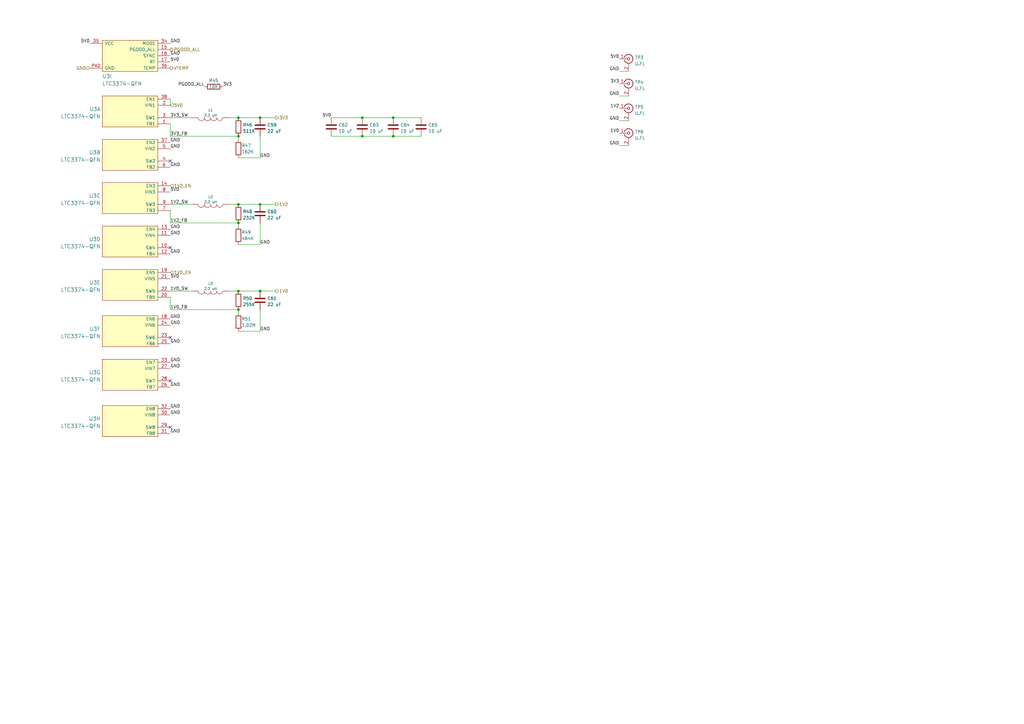
<source format=kicad_sch>
(kicad_sch (version 20211123) (generator eeschema)
  (paper "A3")
  (title_block (title "BaseT to BaseT1 Media Converter") (date "2024-01-27") (rev "0.1") (company "Antikernel Labs") (comment 1 "Andrew D. Zonenberg"))
  (lib_symbols
    (symbol "conn:CONN_COAXIAL" (pin_names (offset 1.016) hide)
      (property "Reference" "J" (at 0.254 3.048 0))
      (property "Value" "CONN_COAXIAL" (at 2.921 0 90))
      (symbol "CONN_COAXIAL_0_1"
        (arc (start -1.778 -0.508) (mid 0.2311 -1.8066) (end 1.778 0) (stroke (width 0.254)))
        (polyline (pts (xy -1.27 0) (xy -0.508 0)))
        (polyline (pts (xy 0 -2.54) (xy 0 -1.778)))
        (circle (center 0 0) (radius 0.508) (stroke (width 0.2032)))
        (arc (start 1.778 0) (mid 0.2099 1.8101) (end -1.778 0.508) (stroke (width 0.254)))
      )
      (symbol "CONN_COAXIAL_1_1"
        (pin passive line (at -3.81 0 0) (length 2.54) (name "In") (number "1"))
        (pin passive line (at 0 -5.08 90) (length 2.54) (name "Ext") (number "2"))
      )
    )
    (symbol "device:C" (pin_numbers hide) (pin_names (offset 0.254))
      (property "Reference" "C" (at 0.635 2.54 0))
      (property "Value" "C" (at 0.635 -2.54 0))
      (symbol "C_0_1"
        (polyline (pts (xy -2.032 -0.762) (xy 2.032 -0.762)) (stroke (width 0.508)))
        (polyline (pts (xy -2.032 0.762) (xy 2.032 0.762)) (stroke (width 0.508)))
      )
      (symbol "C_1_1"
        (pin passive line (at 0 3.81 270) (length 2.794) (name "~") (number "1"))
        (pin passive line (at 0 -3.81 90) (length 2.794) (name "~") (number "2"))
      )
    )
    (symbol "device:R" (pin_numbers hide) (pin_names (offset 0))
      (property "Reference" "R" (at 2.032 0 90))
      (property "Value" "R" (at 0 0 90))
      (symbol "R_0_1"
        (rectangle (start -1.016 -2.54) (end 1.016 2.54) (stroke (width 0.254)))
      )
      (symbol "R_1_1"
        (pin passive line (at 0 3.81 270) (length 1.27) (name "~") (number "1"))
        (pin passive line (at 0 -3.81 90) (length 1.27) (name "~") (number "2"))
      )
    )
    (symbol "passive-azonenberg:INDUCTOR_PWROUT" (pin_numbers hide) (pin_names (offset 1.016) hide)
      (property "Reference" "L" (at -1.27 0 90))
      (property "Value" "INDUCTOR_PWROUT" (at 2.54 0 90))
      (symbol "INDUCTOR_PWROUT_0_1"
        (arc (start 0.0254 -5.0546) (mid 1.245 -3.7973) (end 0.0254 -2.54))
        (arc (start 0.0254 -2.5146) (mid 1.2704 -1.2319) (end 0.0254 0.0508))
        (arc (start 0.0254 0.0254) (mid 1.2704 1.3081) (end 0.0254 2.5908))
        (arc (start 0.0254 2.5654) (mid 1.1942 3.7719) (end 0.0254 4.9784))
      )
      (symbol "INDUCTOR_PWROUT_1_1"
        (pin power_out line (at 0 7.62 270) (length 2.54) (name "1") (number "1"))
        (pin passive line (at 0 -7.62 90) (length 2.54) (name "2") (number "2"))
      )
    )
    (symbol "power-azonenberg:LTC3374-QFN" (pin_names (offset 1.016))
      (property "Reference" "U" (at 0 -1.27 0))
      (property "Value" "LTC3374-QFN" (at 22.86 -1.27 0))
      (symbol "LTC3374-QFN_0_1"
        (rectangle (start 0 12.7) (end 22.86 0) (fill (type background)))
      )
      (symbol "LTC3374-QFN_1_1"
        (pin input line (at -5.08 1.27 0) (length 5.08) (name "FB1") (number "1"))
        (pin power_in line (at -5.08 8.89 0) (length 5.08) (name "VIN1") (number "2"))
        (pin power_out line (at -5.08 3.81 0) (length 5.08) (name "SW1") (number "3"))
        (pin input line (at -5.08 11.43 0) (length 5.08) (name "EN1") (number "38"))
      )
      (symbol "LTC3374-QFN_2_1"
        (pin input line (at -5.08 11.43 0) (length 5.08) (name "EN2") (number "37"))
        (pin power_out line (at -5.08 3.81 0) (length 5.08) (name "SW2") (number "4"))
        (pin power_in line (at -5.08 8.89 0) (length 5.08) (name "VIN2") (number "5"))
        (pin input line (at -5.08 1.27 0) (length 5.08) (name "FB2") (number "6"))
      )
      (symbol "LTC3374-QFN_3_1"
        (pin input line (at -5.08 11.43 0) (length 5.08) (name "EN3") (number "14"))
        (pin input line (at -5.08 1.27 0) (length 5.08) (name "FB3") (number "7"))
        (pin power_in line (at -5.08 8.89 0) (length 5.08) (name "VIN3") (number "8"))
        (pin power_out line (at -5.08 3.81 0) (length 5.08) (name "SW3") (number "9"))
      )
      (symbol "LTC3374-QFN_4_1"
        (pin power_out line (at -5.08 3.81 0) (length 5.08) (name "SW4") (number "10"))
        (pin power_in line (at -5.08 8.89 0) (length 5.08) (name "VIN4") (number "11"))
        (pin input line (at -5.08 1.27 0) (length 5.08) (name "FB4") (number "12"))
        (pin input line (at -5.08 11.43 0) (length 5.08) (name "EN4") (number "13"))
      )
      (symbol "LTC3374-QFN_5_1"
        (pin input line (at -5.08 11.43 0) (length 5.08) (name "EN5") (number "19"))
        (pin input line (at -5.08 1.27 0) (length 5.08) (name "FB5") (number "20"))
        (pin power_in line (at -5.08 8.89 0) (length 5.08) (name "VIN5") (number "21"))
        (pin power_out line (at -5.08 3.81 0) (length 5.08) (name "SW5") (number "22"))
      )
      (symbol "LTC3374-QFN_6_1"
        (pin input line (at -5.08 11.43 0) (length 5.08) (name "EN6") (number "18"))
        (pin power_out line (at -5.08 3.81 0) (length 5.08) (name "SW6") (number "23"))
        (pin power_in line (at -5.08 8.89 0) (length 5.08) (name "VIN6") (number "24"))
        (pin input line (at -5.08 1.27 0) (length 5.08) (name "FB6") (number "25"))
      )
      (symbol "LTC3374-QFN_7_1"
        (pin input line (at -5.08 1.27 0) (length 5.08) (name "FB7") (number "26"))
        (pin power_in line (at -5.08 8.89 0) (length 5.08) (name "VIN7") (number "27"))
        (pin power_out line (at -5.08 3.81 0) (length 5.08) (name "SW7") (number "28"))
        (pin input line (at -5.08 11.43 0) (length 5.08) (name "EN7") (number "33"))
      )
      (symbol "LTC3374-QFN_8_1"
        (pin power_out line (at -5.08 3.81 0) (length 5.08) (name "SW8") (number "29"))
        (pin power_in line (at -5.08 8.89 0) (length 5.08) (name "VIN8") (number "30"))
        (pin input line (at -5.08 1.27 0) (length 5.08) (name "FB8") (number "31"))
        (pin input line (at -5.08 11.43 0) (length 5.08) (name "EN8") (number "32"))
      )
      (symbol "LTC3374-QFN_9_1"
        (pin open_collector line (at 27.94 8.89 180) (length 5.08) (name "PGOOD_ALL") (number "15"))
        (pin input line (at 27.94 6.35 180) (length 5.08) (name "SYNC") (number "16"))
        (pin input line (at 27.94 3.81 180) (length 5.08) (name "RT") (number "17"))
        (pin input line (at 27.94 11.43 180) (length 5.08) (name "MODE") (number "34"))
        (pin power_in line (at -5.08 11.43 0) (length 5.08) (name "VCC") (number "35"))
        (pin output line (at 27.94 1.27 180) (length 5.08) (name "TEMP") (number "36"))
        (pin power_in line (at -5.08 1.27 0) (length 5.08) (name "GND") (number "PAD"))
      )
    )
  )
  (junction (at 161.29 48.26))
  (junction (at 97.79 55.88))
  (junction (at 97.79 119.38))
  (junction (at 161.29 55.88))
  (junction (at 106.68 48.26))
  (junction (at 106.68 83.82))
  (junction (at 97.79 91.44))
  (junction (at 106.68 119.38))
  (junction (at 148.59 55.88))
  (junction (at 97.79 48.26))
  (junction (at 97.79 83.82))
  (junction (at 148.59 48.26))
  (junction (at 97.79 127))
  (no_connect (at 69.85 175.26))
  (no_connect (at 69.85 66.04))
  (no_connect (at 69.85 138.43))
  (no_connect (at 69.85 156.21))
  (no_connect (at 69.85 101.6))
  (wire (pts (xy 69.85 55.88) (xy 69.85 50.8)))
  (wire (pts (xy 161.29 48.26) (xy 172.72 48.26)))
  (wire (pts (xy 106.68 127) (xy 106.68 135.89)))
  (wire (pts (xy 97.79 127) (xy 97.79 128.27)))
  (wire (pts (xy 93.98 83.82) (xy 97.79 83.82)))
  (wire (pts (xy 135.89 55.88) (xy 148.59 55.88)))
  (wire (pts (xy 254 29.21) (xy 257.81 29.21)))
  (wire (pts (xy 254 49.53) (xy 257.81 49.53)))
  (wire (pts (xy 69.85 40.64) (xy 69.85 43.18)))
  (wire (pts (xy 97.79 48.26) (xy 106.68 48.26)))
  (wire (pts (xy 97.79 83.82) (xy 106.68 83.82)))
  (wire (pts (xy 106.68 83.82) (xy 113.03 83.82)))
  (wire (pts (xy 97.79 100.33) (xy 106.68 100.33)))
  (wire (pts (xy 69.85 91.44) (xy 69.85 86.36)))
  (wire (pts (xy 97.79 135.89) (xy 106.68 135.89)))
  (wire (pts (xy 106.68 119.38) (xy 113.03 119.38)))
  (wire (pts (xy 69.85 83.82) (xy 78.74 83.82)))
  (wire (pts (xy 97.79 91.44) (xy 97.79 92.71)))
  (wire (pts (xy 106.68 91.44) (xy 106.68 100.33)))
  (wire (pts (xy 97.79 91.44) (xy 69.85 91.44)))
  (wire (pts (xy 69.85 119.38) (xy 78.74 119.38)))
  (wire (pts (xy 93.98 48.26) (xy 97.79 48.26)))
  (wire (pts (xy 97.79 55.88) (xy 97.79 57.15)))
  (wire (pts (xy 97.79 55.88) (xy 69.85 55.88)))
  (wire (pts (xy 97.79 119.38) (xy 106.68 119.38)))
  (wire (pts (xy 148.59 48.26) (xy 161.29 48.26)))
  (wire (pts (xy 254 39.37) (xy 257.81 39.37)))
  (wire (pts (xy 161.29 55.88) (xy 172.72 55.88)))
  (wire (pts (xy 69.85 48.26) (xy 78.74 48.26)))
  (wire (pts (xy 135.89 48.26) (xy 148.59 48.26)))
  (wire (pts (xy 93.98 119.38) (xy 97.79 119.38)))
  (wire (pts (xy 106.68 48.26) (xy 113.03 48.26)))
  (wire (pts (xy 97.79 127) (xy 69.85 127)))
  (wire (pts (xy 106.68 55.88) (xy 106.68 64.77)))
  (wire (pts (xy 97.79 64.77) (xy 106.68 64.77)))
  (wire (pts (xy 254 59.69) (xy 257.81 59.69)))
  (wire (pts (xy 69.85 127) (xy 69.85 121.92)))
  (wire (pts (xy 148.59 55.88) (xy 161.29 55.88)))
  (label "5V0" (at 135.89 48.26 180))
  (label "GND" (at 69.85 17.78 0))
  (label "GND" (at 69.85 58.42 0))
  (label "GND" (at 69.85 148.59 0))
  (label "3V3" (at 254 34.29 180))
  (label "3V3" (at 91.44 35.56 0))
  (label "5V0" (at 69.85 78.74 0))
  (label "GND" (at 106.68 64.77 0))
  (label "GND" (at 254 39.37 180))
  (label "GND" (at 69.85 60.96 0))
  (label "GND" (at 69.85 22.86 0))
  (label "1V0_FB" (at 69.85 127 0))
  (label "GND" (at 69.85 96.52 0))
  (label "3V3_FB" (at 69.85 55.88 0))
  (label "1V2_SW" (at 69.85 83.82 0))
  (label "GND" (at 69.85 133.35 0))
  (label "1V0" (at 254 54.61 180))
  (label "5V0" (at 36.83 17.78 180))
  (label "GND" (at 69.85 167.64 0))
  (label "5V0" (at 254 24.13 180))
  (label "1V2" (at 254 44.45 180))
  (label "GND" (at 69.85 130.81 0))
  (label "GND" (at 254 59.69 180))
  (label "GND" (at 69.85 104.14 0))
  (label "GND" (at 106.68 135.89 0))
  (label "GND" (at 106.68 100.33 0))
  (label "1V0_SW" (at 69.85 119.38 0))
  (label "PGOOD_ALL" (at 83.82 35.56 180))
  (label "GND" (at 69.85 140.97 0))
  (label "1V2_FB" (at 69.85 91.44 0))
  (label "GND" (at 69.85 68.58 0))
  (label "GND" (at 254 49.53 180))
  (label "GND" (at 69.85 170.18 0))
  (label "GND" (at 69.85 158.75 0))
  (label "5V0" (at 69.85 25.4 0))
  (label "GND" (at 69.85 151.13 0))
  (label "GND" (at 254 29.21 180))
  (label "GND" (at 69.85 177.8 0))
  (label "5V0" (at 69.85 114.3 0))
  (label "GND" (at 69.85 93.98 0))
  (label "3V3_SW" (at 69.85 48.26 0))
  (hierarchical_label "5V0" (shape input) (at 69.85 43.18 0))
  (hierarchical_label "1V0" (shape output) (at 113.03 119.38 0))
  (hierarchical_label "GND" (shape input) (at 36.83 27.94 180))
  (hierarchical_label "1V0_EN" (shape input) (at 69.85 111.76 0))
  (hierarchical_label "1V2" (shape output) (at 113.03 83.82 0))
  (hierarchical_label "PGOOD_ALL" (shape output) (at 69.85 20.32 0))
  (hierarchical_label "VTEMP" (shape output) (at 69.85 27.94 0))
  (hierarchical_label "3V3" (shape output) (at 113.03 48.26 0))
  (hierarchical_label "1V2_EN" (shape input) (at 69.85 76.2 0))
  (symbol (lib_id "device:R") (at 97.79 52.07 0) (unit 1)
    (property "Reference" "R46" (at 99.568 51.2353 0) (effects (justify left)))
    (property "Value" "511K" (at 99.568 53.7722 0) (effects (justify left)))
    (property "Footprint" "azonenberg_pcb:EIA_0402_RES_NOSILK" (effects hide))
  )
  (symbol (lib_id "conn:CONN_COAXIAL") (at 257.81 24.13 0) (unit 1)
    (property "Reference" "TP3" (at 260.3501 23.5885 0) (effects (justify left)))
    (property "Value" "U.FL" (at 260.3501 26.1254 0) (effects (justify left)))
    (property "Footprint" "azonenberg_pcb:CONN_U.FL_TE_1909763-1" (effects hide))
  )
  (symbol (lib_id "conn:CONN_COAXIAL") (at 257.81 34.29 0) (unit 1)
    (property "Reference" "TP4" (at 260.3501 33.7485 0) (effects (justify left)))
    (property "Value" "U.FL" (at 260.3501 36.2854 0) (effects (justify left)))
    (property "Footprint" "azonenberg_pcb:CONN_U.FL_TE_1909763-1" (effects hide))
  )
  (symbol (lib_id "power-azonenberg:LTC3374-QFN") (at 64.77 160.02 0) (mirror y) (unit 7)
    (property "Reference" "U3" (at 41.275 152.6938 0) (effects (font (size 1.524 1.524)) (justify left)))
    (property "Value" "LTC3374-QFN" (at 41.275 155.6872 0) (effects (font (size 1.524 1.524)) (justify left)))
    (property "Footprint" "azonenberg_pcb:QFN_38_0.5MM_5x7MM" (effects hide))
  )
  (symbol (lib_id "power-azonenberg:LTC3374-QFN") (at 64.77 52.07 0) (mirror y) (unit 1)
    (property "Reference" "U3" (at 41.275 44.7438 0) (effects (font (size 1.524 1.524)) (justify left)))
    (property "Value" "LTC3374-QFN" (at 41.275 47.7372 0) (effects (font (size 1.524 1.524)) (justify left)))
    (property "Footprint" "azonenberg_pcb:QFN_38_0.5MM_5x7MM" (effects hide))
  )
  (symbol (lib_id "power-azonenberg:LTC3374-QFN") (at 64.77 105.41 0) (mirror y) (unit 4)
    (property "Reference" "U3" (at 41.275 98.0838 0) (effects (font (size 1.524 1.524)) (justify left)))
    (property "Value" "LTC3374-QFN" (at 41.275 101.0772 0) (effects (font (size 1.524 1.524)) (justify left)))
    (property "Footprint" "azonenberg_pcb:QFN_38_0.5MM_5x7MM" (effects hide))
  )
  (symbol (lib_id "device:C") (at 172.72 52.07 0) (unit 1)
    (property "Reference" "C65" (at 175.641 51.2353 0) (effects (justify left)))
    (property "Value" "10 uF" (at 175.641 53.7722 0) (effects (justify left)))
    (property "Footprint" "azonenberg_pcb:EIA_1206_CAP_NOSILK" (effects hide))
  )
  (symbol (lib_id "power-azonenberg:LTC3374-QFN") (at 64.77 179.07 0) (mirror y) (unit 8)
    (property "Reference" "U3" (at 41.275 171.7438 0) (effects (font (size 1.524 1.524)) (justify left)))
    (property "Value" "LTC3374-QFN" (at 41.275 174.7372 0) (effects (font (size 1.524 1.524)) (justify left)))
    (property "Footprint" "azonenberg_pcb:QFN_38_0.5MM_5x7MM" (effects hide))
  )
  (symbol (lib_id "power-azonenberg:LTC3374-QFN") (at 64.77 142.24 0) (mirror y) (unit 6)
    (property "Reference" "U3" (at 41.275 134.9138 0) (effects (font (size 1.524 1.524)) (justify left)))
    (property "Value" "LTC3374-QFN" (at 41.275 137.9072 0) (effects (font (size 1.524 1.524)) (justify left)))
    (property "Footprint" "azonenberg_pcb:QFN_38_0.5MM_5x7MM" (effects hide))
  )
  (symbol (lib_id "passive-azonenberg:INDUCTOR_PWROUT") (at 86.36 48.26 270) (unit 1)
    (property "Reference" "L1" (at 86.36 45.1986 90) (effects (font (size 1.016 1.016))))
    (property "Value" "2.2 uH" (at 86.36 47.279 90) (effects (font (size 1.016 1.016))))
    (property "Footprint" "azonenberg_pcb:INDUCTOR_YUDEN_NRS5030" (effects hide))
  )
  (symbol (lib_id "device:C") (at 161.29 52.07 0) (unit 1)
    (property "Reference" "C64" (at 164.211 51.2353 0) (effects (justify left)))
    (property "Value" "10 uF" (at 164.211 53.7722 0) (effects (justify left)))
    (property "Footprint" "azonenberg_pcb:EIA_1206_CAP_NOSILK" (effects hide))
  )
  (symbol (lib_id "device:C") (at 106.68 52.07 0) (unit 1)
    (property "Reference" "C59" (at 109.601 51.2353 0) (effects (justify left)))
    (property "Value" "22 uF" (at 109.601 53.7722 0) (effects (justify left)))
    (property "Footprint" "azonenberg_pcb:EIA_1210_CAP_NOSILK" (effects hide))
  )
  (symbol (lib_id "conn:CONN_COAXIAL") (at 257.81 54.61 0) (unit 1)
    (property "Reference" "TP6" (at 260.3501 54.0685 0) (effects (justify left)))
    (property "Value" "U.FL" (at 260.3501 56.6054 0) (effects (justify left)))
    (property "Footprint" "azonenberg_pcb:CONN_U.FL_TE_1909763-1" (effects hide))
  )
  (symbol (lib_id "device:C") (at 106.68 87.63 0) (unit 1)
    (property "Reference" "C60" (at 109.601 86.7953 0) (effects (justify left)))
    (property "Value" "22 uF" (at 109.601 89.3322 0) (effects (justify left)))
    (property "Footprint" "azonenberg_pcb:EIA_1210_CAP_NOSILK" (effects hide))
  )
  (symbol (lib_id "passive-azonenberg:INDUCTOR_PWROUT") (at 86.36 119.38 270) (unit 1)
    (property "Reference" "L3" (at 86.36 116.3186 90) (effects (font (size 1.016 1.016))))
    (property "Value" "2.2 uH" (at 86.36 118.399 90) (effects (font (size 1.016 1.016))))
    (property "Footprint" "azonenberg_pcb:INDUCTOR_YUDEN_NRS5030" (effects hide))
  )
  (symbol (lib_id "passive-azonenberg:INDUCTOR_PWROUT") (at 86.36 83.82 270) (unit 1)
    (property "Reference" "L2" (at 86.36 80.7586 90) (effects (font (size 1.016 1.016))))
    (property "Value" "2.2 uH" (at 86.36 82.839 90) (effects (font (size 1.016 1.016))))
    (property "Footprint" "azonenberg_pcb:INDUCTOR_YUDEN_NRS5030" (effects hide))
  )
  (symbol (lib_id "device:R") (at 97.79 132.08 180) (unit 1)
    (property "Reference" "R51" (at 99.06 130.81 0) (effects (justify right)))
    (property "Value" "1.02M" (at 99.06 133.35 0) (effects (justify right)))
    (property "Footprint" "azonenberg_pcb:EIA_0402_RES_NOSILK" (effects hide))
  )
  (symbol (lib_id "device:C") (at 148.59 52.07 0) (unit 1)
    (property "Reference" "C63" (at 151.511 51.2353 0) (effects (justify left)))
    (property "Value" "10 uF" (at 151.511 53.7722 0) (effects (justify left)))
    (property "Footprint" "azonenberg_pcb:EIA_1206_CAP_NOSILK" (effects hide))
  )
  (symbol (lib_id "conn:CONN_COAXIAL") (at 257.81 44.45 0) (unit 1)
    (property "Reference" "TP5" (at 260.3501 43.9085 0) (effects (justify left)))
    (property "Value" "U.FL" (at 260.3501 46.4454 0) (effects (justify left)))
    (property "Footprint" "azonenberg_pcb:CONN_U.FL_TE_1909763-1" (effects hide))
  )
  (symbol (lib_id "device:R") (at 97.79 123.19 0) (unit 1)
    (property "Reference" "R50" (at 99.568 122.3553 0) (effects (justify left)))
    (property "Value" "255K" (at 99.568 124.8922 0) (effects (justify left)))
    (property "Footprint" "azonenberg_pcb:EIA_0402_RES_NOSILK" (effects hide))
  )
  (symbol (lib_id "device:C") (at 135.89 52.07 0) (unit 1)
    (property "Reference" "C62" (at 138.811 51.2353 0) (effects (justify left)))
    (property "Value" "10 uF" (at 138.811 53.7722 0) (effects (justify left)))
    (property "Footprint" "azonenberg_pcb:EIA_1206_CAP_NOSILK" (effects hide))
  )
  (symbol (lib_id "power-azonenberg:LTC3374-QFN") (at 64.77 123.19 0) (mirror y) (unit 5)
    (property "Reference" "U3" (at 41.275 115.8638 0) (effects (font (size 1.524 1.524)) (justify left)))
    (property "Value" "LTC3374-QFN" (at 41.275 118.8572 0) (effects (font (size 1.524 1.524)) (justify left)))
    (property "Footprint" "azonenberg_pcb:QFN_38_0.5MM_5x7MM" (effects hide))
  )
  (symbol (lib_id "device:R") (at 97.79 96.52 180) (unit 1)
    (property "Reference" "R49" (at 99.06 95.25 0) (effects (justify right)))
    (property "Value" "464K" (at 99.06 97.79 0) (effects (justify right)))
    (property "Footprint" "azonenberg_pcb:EIA_0402_RES_NOSILK" (effects hide))
  )
  (symbol (lib_id "device:C") (at 106.68 123.19 0) (unit 1)
    (property "Reference" "C61" (at 109.601 122.3553 0) (effects (justify left)))
    (property "Value" "22 uF" (at 109.601 124.8922 0) (effects (justify left)))
    (property "Footprint" "azonenberg_pcb:EIA_1210_CAP_NOSILK" (effects hide))
  )
  (symbol (lib_id "power-azonenberg:LTC3374-QFN") (at 64.77 69.85 0) (mirror y) (unit 2)
    (property "Reference" "U3" (at 41.275 62.5238 0) (effects (font (size 1.524 1.524)) (justify left)))
    (property "Value" "LTC3374-QFN" (at 41.275 65.5172 0) (effects (font (size 1.524 1.524)) (justify left)))
    (property "Footprint" "azonenberg_pcb:QFN_38_0.5MM_5x7MM" (effects hide))
  )
  (symbol (lib_id "power-azonenberg:LTC3374-QFN") (at 41.91 29.21 0) (unit 9)
    (property "Reference" "U3" (at 41.91 31.2966 0) (effects (font (size 1.524 1.524)) (justify left)))
    (property "Value" "LTC3374-QFN" (at 41.91 34.29 0) (effects (font (size 1.524 1.524)) (justify left)))
    (property "Footprint" "azonenberg_pcb:QFN_38_0.5MM_5x7MM" (effects hide))
  )
  (symbol (lib_id "device:R") (at 97.79 60.96 180) (unit 1)
    (property "Reference" "R47" (at 99.06 59.69 0) (effects (justify right)))
    (property "Value" "162K" (at 99.06 62.23 0) (effects (justify right)))
    (property "Footprint" "azonenberg_pcb:EIA_0402_RES_NOSILK" (effects hide))
  )
  (symbol (lib_id "device:R") (at 87.63 35.56 90) (unit 1)
    (property "Reference" "R45" (at 87.63 33.02 90))
    (property "Value" "10K" (at 87.63 35.56 90))
    (property "Footprint" "azonenberg_pcb:EIA_0402_RES_NOSILK" (effects hide))
  )
  (symbol (lib_id "power-azonenberg:LTC3374-QFN") (at 64.77 87.63 0) (mirror y) (unit 3)
    (property "Reference" "U3" (at 41.275 80.3038 0) (effects (font (size 1.524 1.524)) (justify left)))
    (property "Value" "LTC3374-QFN" (at 41.275 83.2972 0) (effects (font (size 1.524 1.524)) (justify left)))
    (property "Footprint" "azonenberg_pcb:QFN_38_0.5MM_5x7MM" (effects hide))
  )
  (symbol (lib_id "device:R") (at 97.79 87.63 0) (unit 1)
    (property "Reference" "R48" (at 99.568 86.7953 0) (effects (justify left)))
    (property "Value" "232K" (at 99.568 89.3322 0) (effects (justify left)))
    (property "Footprint" "azonenberg_pcb:EIA_0402_RES_NOSILK" (effects hide))
  )
)
</source>
